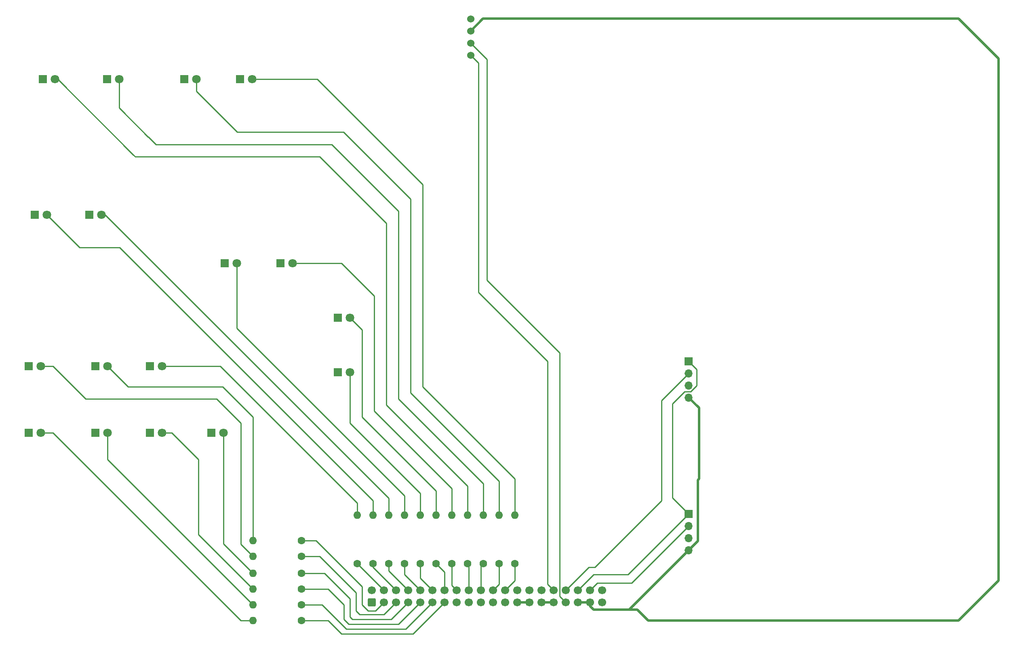
<source format=gbl>
%TF.GenerationSoftware,KiCad,Pcbnew,(6.0.8)*%
%TF.CreationDate,2022-12-20T11:39:24-06:00*%
%TF.ProjectId,Display Board,44697370-6c61-4792-9042-6f6172642e6b,rev?*%
%TF.SameCoordinates,Original*%
%TF.FileFunction,Copper,L2,Bot*%
%TF.FilePolarity,Positive*%
%FSLAX46Y46*%
G04 Gerber Fmt 4.6, Leading zero omitted, Abs format (unit mm)*
G04 Created by KiCad (PCBNEW (6.0.8)) date 2022-12-20 11:39:24*
%MOMM*%
%LPD*%
G01*
G04 APERTURE LIST*
G04 Aperture macros list*
%AMRoundRect*
0 Rectangle with rounded corners*
0 $1 Rounding radius*
0 $2 $3 $4 $5 $6 $7 $8 $9 X,Y pos of 4 corners*
0 Add a 4 corners polygon primitive as box body*
4,1,4,$2,$3,$4,$5,$6,$7,$8,$9,$2,$3,0*
0 Add four circle primitives for the rounded corners*
1,1,$1+$1,$2,$3*
1,1,$1+$1,$4,$5*
1,1,$1+$1,$6,$7*
1,1,$1+$1,$8,$9*
0 Add four rect primitives between the rounded corners*
20,1,$1+$1,$2,$3,$4,$5,0*
20,1,$1+$1,$4,$5,$6,$7,0*
20,1,$1+$1,$6,$7,$8,$9,0*
20,1,$1+$1,$8,$9,$2,$3,0*%
G04 Aperture macros list end*
%TA.AperFunction,ComponentPad*%
%ADD10R,1.800000X1.800000*%
%TD*%
%TA.AperFunction,ComponentPad*%
%ADD11C,1.800000*%
%TD*%
%TA.AperFunction,ComponentPad*%
%ADD12C,1.524000*%
%TD*%
%TA.AperFunction,ComponentPad*%
%ADD13RoundRect,0.250000X0.600000X-0.600000X0.600000X0.600000X-0.600000X0.600000X-0.600000X-0.600000X0*%
%TD*%
%TA.AperFunction,ComponentPad*%
%ADD14C,1.700000*%
%TD*%
%TA.AperFunction,ComponentPad*%
%ADD15R,1.700000X1.700000*%
%TD*%
%TA.AperFunction,ComponentPad*%
%ADD16O,1.700000X1.700000*%
%TD*%
%TA.AperFunction,ComponentPad*%
%ADD17C,1.600000*%
%TD*%
%TA.AperFunction,ComponentPad*%
%ADD18O,1.600000X1.600000*%
%TD*%
%TA.AperFunction,Conductor*%
%ADD19C,0.250000*%
%TD*%
%TA.AperFunction,Conductor*%
%ADD20C,0.500000*%
%TD*%
G04 APERTURE END LIST*
D10*
%TO.P,D12,1,K*%
%TO.N,GND*%
X80139500Y-160680000D03*
D11*
%TO.P,D12,2,A*%
%TO.N,Net-(R12-Pad2)*%
X82679500Y-160680000D03*
%TD*%
D10*
%TO.P,D6,1,K*%
%TO.N,GND*%
X119509500Y-147980000D03*
D11*
%TO.P,D6,2,A*%
%TO.N,Net-(R6-Pad2)*%
X122049500Y-147980000D03*
%TD*%
D12*
%TO.P,DISP1,1,GND*%
%TO.N,GND*%
X147344500Y-73868000D03*
%TO.P,DISP1,2,VCC*%
%TO.N,+5V*%
X147344500Y-76408000D03*
%TO.P,DISP1,3,SDA*%
%TO.N,SDA*%
X147344500Y-78948000D03*
%TO.P,DISP1,4,SCL*%
%TO.N,SCL*%
X147344500Y-81488000D03*
%TD*%
D10*
%TO.P,D1,1,K*%
%TO.N,GND*%
X87373500Y-86512000D03*
D11*
%TO.P,D1,2,A*%
%TO.N,Net-(R1-Pad2)*%
X89913500Y-86512000D03*
%TD*%
D10*
%TO.P,D5,1,K*%
%TO.N,GND*%
X119509500Y-136550000D03*
D11*
%TO.P,D5,2,A*%
%TO.N,Net-(R5-Pad2)*%
X122049500Y-136550000D03*
%TD*%
D13*
%TO.P,J1,1,Pin_1*%
%TO.N,GND*%
X126621500Y-196230500D03*
D14*
%TO.P,J1,2,Pin_2*%
X126621500Y-193690500D03*
%TO.P,J1,3,Pin_3*%
%TO.N,BVAS Relay LED*%
X129161500Y-196230500D03*
%TO.P,J1,4,Pin_4*%
%TO.N,BVAS LED*%
X129161500Y-193690500D03*
%TO.P,J1,5,Pin_5*%
%TO.N,BVAS Armed Line*%
X131701500Y-196230500D03*
%TO.P,J1,6,Pin_6*%
%TO.N,Run Vent Relay LED*%
X131701500Y-193690500D03*
%TO.P,J1,7,Pin_7*%
%TO.N,Igniter Continuity LED*%
X134241500Y-196230500D03*
%TO.P,J1,8,Pin_8*%
%TO.N,Run Vent LED*%
X134241500Y-193690500D03*
%TO.P,J1,9,Pin_9*%
%TO.N,Igniter LED*%
X136781500Y-196230500D03*
%TO.P,J1,10,Pin_10*%
%TO.N,Supply Vent Relay LED*%
X136781500Y-193690500D03*
%TO.P,J1,11,Pin_11*%
%TO.N,Igniter Relay LED*%
X139321500Y-196230500D03*
%TO.P,J1,12,Pin_12*%
%TO.N,Supply Fill Relay LED*%
X139321500Y-193690500D03*
%TO.P,J1,13,Pin_13*%
%TO.N,Igniter Armed Line*%
X141861500Y-196230500D03*
%TO.P,J1,14,Pin_14*%
%TO.N,Supply Fill LED*%
X141861500Y-193690500D03*
%TO.P,J1,15,Pin_15*%
%TO.N,unconnected-(J1-Pad15)*%
X144401500Y-196230500D03*
%TO.P,J1,16,Pin_16*%
%TO.N,Supply Vent LED*%
X144401500Y-193690500D03*
%TO.P,J1,17,Pin_17*%
%TO.N,unconnected-(J1-Pad17)*%
X146941500Y-196230500D03*
%TO.P,J1,18,Pin_18*%
%TO.N,Fluid Panel Armed LED*%
X146941500Y-193690500D03*
%TO.P,J1,19,Pin_19*%
%TO.N,unconnected-(J1-Pad19)*%
X149481500Y-196230500D03*
%TO.P,J1,20,Pin_20*%
%TO.N,Auto Fill LED*%
X149481500Y-193690500D03*
%TO.P,J1,21,Pin_21*%
%TO.N,unconnected-(J1-Pad21)*%
X152021500Y-196230500D03*
%TO.P,J1,22,Pin_22*%
%TO.N,AB COMMS LED*%
X152021500Y-193690500D03*
%TO.P,J1,23,Pin_23*%
%TO.N,unconnected-(J1-Pad23)*%
X154561500Y-196230500D03*
%TO.P,J1,24,Pin_24*%
%TO.N,Engine Node COMMS LED*%
X154561500Y-193690500D03*
%TO.P,J1,25,Pin_25*%
%TO.N,+3V3*%
X157101500Y-196230500D03*
%TO.P,J1,26,Pin_26*%
%TO.N,SCK*%
X157101500Y-193690500D03*
%TO.P,J1,27,Pin_27*%
%TO.N,+3V3*%
X159641500Y-196230500D03*
%TO.P,J1,28,Pin_28*%
%TO.N,MOSI*%
X159641500Y-193690500D03*
%TO.P,J1,29,Pin_29*%
%TO.N,+12V*%
X162181500Y-196230500D03*
%TO.P,J1,30,Pin_30*%
%TO.N,MISO*%
X162181500Y-193690500D03*
%TO.P,J1,31,Pin_31*%
%TO.N,+12V*%
X164721500Y-196230500D03*
%TO.P,J1,32,Pin_32*%
%TO.N,SCL*%
X164721500Y-193690500D03*
%TO.P,J1,33,Pin_33*%
%TO.N,SDA*%
X167261500Y-196230500D03*
%TO.P,J1,34,Pin_34*%
%TO.N,Actuator Box Temp 4 Digit*%
X167261500Y-193690500D03*
%TO.P,J1,35,Pin_35*%
%TO.N,+5V*%
X169801500Y-196230500D03*
%TO.P,J1,36,Pin_36*%
%TO.N,4 Digit CLK*%
X169801500Y-193690500D03*
%TO.P,J1,37,Pin_37*%
%TO.N,+5V*%
X172341500Y-196230500D03*
%TO.P,J1,38,Pin_38*%
%TO.N,Control Box Temp 4 Digit*%
X172341500Y-193690500D03*
%TO.P,J1,39,Pin_39*%
%TO.N,GND*%
X174881500Y-196230500D03*
%TO.P,J1,40,Pin_40*%
X174881500Y-193690500D03*
%TD*%
D10*
%TO.P,D11,1,K*%
%TO.N,GND*%
X54734500Y-160680000D03*
D11*
%TO.P,D11,2,A*%
%TO.N,Net-(R11-Pad2)*%
X57274500Y-160680000D03*
%TD*%
D10*
%TO.P,D7,1,K*%
%TO.N,GND*%
X107442000Y-125120000D03*
D11*
%TO.P,D7,2,A*%
%TO.N,Net-(R7-Pad2)*%
X109982000Y-125120000D03*
%TD*%
D10*
%TO.P,D3,1,K*%
%TO.N,GND*%
X67439500Y-114960000D03*
D11*
%TO.P,D3,2,A*%
%TO.N,Net-(R3-Pad2)*%
X69979500Y-114960000D03*
%TD*%
D10*
%TO.P,D13,1,K*%
%TO.N,GND*%
X68709500Y-160680000D03*
D11*
%TO.P,D13,2,A*%
%TO.N,Net-(D13-Pad2)*%
X71249500Y-160680000D03*
%TD*%
D10*
%TO.P,D15,1,K*%
%TO.N,GND*%
X54734500Y-146710000D03*
D11*
%TO.P,D15,2,A*%
%TO.N,Net-(R15-Pad2)*%
X57274500Y-146710000D03*
%TD*%
D10*
%TO.P,D18,1,K*%
%TO.N,GND*%
X57658000Y-86512000D03*
D11*
%TO.P,D18,2,A*%
%TO.N,Net-(R18-Pad2)*%
X60198000Y-86512000D03*
%TD*%
D10*
%TO.P,D16,1,K*%
%TO.N,GND*%
X80139500Y-146710000D03*
D11*
%TO.P,D16,2,A*%
%TO.N,Net-(R16-Pad2)*%
X82679500Y-146710000D03*
%TD*%
D10*
%TO.P,D9,1,K*%
%TO.N,GND*%
X71120000Y-86512000D03*
D11*
%TO.P,D9,2,A*%
%TO.N,Net-(R9-Pad2)*%
X73660000Y-86512000D03*
%TD*%
D10*
%TO.P,D8,1,K*%
%TO.N,GND*%
X95758000Y-125120000D03*
D11*
%TO.P,D8,2,A*%
%TO.N,Net-(R8-Pad2)*%
X98298000Y-125120000D03*
%TD*%
D10*
%TO.P,D4,1,K*%
%TO.N,GND*%
X56009500Y-114960000D03*
D11*
%TO.P,D4,2,A*%
%TO.N,Net-(R4-Pad2)*%
X58549500Y-114960000D03*
%TD*%
D10*
%TO.P,D14,1,K*%
%TO.N,GND*%
X92964000Y-160680000D03*
D11*
%TO.P,D14,2,A*%
%TO.N,Net-(D14-Pad2)*%
X95504000Y-160680000D03*
%TD*%
D15*
%TO.P,DISP2,1,CLK*%
%TO.N,4 Digit CLK*%
X193007500Y-145671000D03*
D16*
%TO.P,DISP2,2,DIO*%
%TO.N,Actuator Box Temp 4 Digit*%
X193007500Y-148211000D03*
%TO.P,DISP2,3,GND*%
%TO.N,GND*%
X193007500Y-150751000D03*
%TO.P,DISP2,4,5V*%
%TO.N,+5V*%
X193007500Y-153291000D03*
%TD*%
D10*
%TO.P,D17,1,K*%
%TO.N,GND*%
X68709500Y-146710000D03*
D11*
%TO.P,D17,2,A*%
%TO.N,Net-(R17-Pad2)*%
X71249500Y-146710000D03*
%TD*%
D15*
%TO.P,DISP3,1,CLK*%
%TO.N,4 Digit CLK*%
X193007500Y-177675000D03*
D16*
%TO.P,DISP3,2,DIO*%
%TO.N,Control Box Temp 4 Digit*%
X193007500Y-180215000D03*
%TO.P,DISP3,3,GND*%
%TO.N,GND*%
X193007500Y-182755000D03*
%TO.P,DISP3,4,5V*%
%TO.N,+5V*%
X193007500Y-185295000D03*
%TD*%
D10*
%TO.P,D10,1,K*%
%TO.N,GND*%
X99057500Y-86512000D03*
D11*
%TO.P,D10,2,A*%
%TO.N,Net-(D10-Pad2)*%
X101597500Y-86512000D03*
%TD*%
D17*
%TO.P,R14,1*%
%TO.N,Igniter Continuity LED*%
X111889500Y-190144000D03*
D18*
%TO.P,R14,2*%
%TO.N,Net-(D14-Pad2)*%
X101729500Y-190144000D03*
%TD*%
D17*
%TO.P,R5,1*%
%TO.N,Supply Fill LED*%
X140083500Y-188112000D03*
D18*
%TO.P,R5,2*%
%TO.N,Net-(R5-Pad2)*%
X140083500Y-177952000D03*
%TD*%
D17*
%TO.P,R7,1*%
%TO.N,Supply Vent LED*%
X143385500Y-188112000D03*
D18*
%TO.P,R7,2*%
%TO.N,Net-(R7-Pad2)*%
X143385500Y-177952000D03*
%TD*%
D17*
%TO.P,R1,1*%
%TO.N,AB COMMS LED*%
X153291500Y-188112000D03*
D18*
%TO.P,R1,2*%
%TO.N,Net-(R1-Pad2)*%
X153291500Y-177952000D03*
%TD*%
D17*
%TO.P,R10,1*%
%TO.N,Engine Node COMMS LED*%
X156593500Y-188112000D03*
D18*
%TO.P,R10,2*%
%TO.N,Net-(D10-Pad2)*%
X156593500Y-177952000D03*
%TD*%
D17*
%TO.P,R6,1*%
%TO.N,Supply Fill Relay LED*%
X136781500Y-188112000D03*
D18*
%TO.P,R6,2*%
%TO.N,Net-(R6-Pad2)*%
X136781500Y-177952000D03*
%TD*%
D17*
%TO.P,R16,1*%
%TO.N,BVAS LED*%
X123573500Y-188112000D03*
D18*
%TO.P,R16,2*%
%TO.N,Net-(R16-Pad2)*%
X123573500Y-177952000D03*
%TD*%
D17*
%TO.P,R3,1*%
%TO.N,Run Vent LED*%
X130177500Y-188112000D03*
D18*
%TO.P,R3,2*%
%TO.N,Net-(R3-Pad2)*%
X130177500Y-177952000D03*
%TD*%
D17*
%TO.P,R17,1*%
%TO.N,BVAS Relay LED*%
X111889500Y-183286000D03*
D18*
%TO.P,R17,2*%
%TO.N,Net-(R17-Pad2)*%
X101729500Y-183286000D03*
%TD*%
D17*
%TO.P,R13,1*%
%TO.N,Igniter Relay LED*%
X111889500Y-196748000D03*
D18*
%TO.P,R13,2*%
%TO.N,Net-(D13-Pad2)*%
X101729500Y-196748000D03*
%TD*%
D17*
%TO.P,R9,1*%
%TO.N,Auto Fill LED*%
X149989500Y-188112000D03*
D18*
%TO.P,R9,2*%
%TO.N,Net-(R9-Pad2)*%
X149989500Y-177952000D03*
%TD*%
D17*
%TO.P,R15,1*%
%TO.N,BVAS Armed Line*%
X111889500Y-186588000D03*
D18*
%TO.P,R15,2*%
%TO.N,Net-(R15-Pad2)*%
X101729500Y-186588000D03*
%TD*%
D17*
%TO.P,R11,1*%
%TO.N,Igniter Armed Line*%
X111889500Y-200050000D03*
D18*
%TO.P,R11,2*%
%TO.N,Net-(R11-Pad2)*%
X101729500Y-200050000D03*
%TD*%
D17*
%TO.P,R8,1*%
%TO.N,Supply Vent Relay LED*%
X133479500Y-188112000D03*
D18*
%TO.P,R8,2*%
%TO.N,Net-(R8-Pad2)*%
X133479500Y-177952000D03*
%TD*%
D17*
%TO.P,R12,1*%
%TO.N,Igniter LED*%
X111889500Y-193446000D03*
D18*
%TO.P,R12,2*%
%TO.N,Net-(R12-Pad2)*%
X101729500Y-193446000D03*
%TD*%
D17*
%TO.P,R4,1*%
%TO.N,Run Vent Relay LED*%
X126875500Y-188112000D03*
D18*
%TO.P,R4,2*%
%TO.N,Net-(R4-Pad2)*%
X126875500Y-177952000D03*
%TD*%
D17*
%TO.P,R18,1*%
%TO.N,Fluid Panel Armed LED*%
X146687500Y-188112000D03*
D18*
%TO.P,R18,2*%
%TO.N,Net-(R18-Pad2)*%
X146687500Y-177952000D03*
%TD*%
D19*
%TO.N,AB COMMS LED*%
X152021500Y-193690500D02*
X153291500Y-192420500D01*
X153291500Y-192420500D02*
X153291500Y-188112000D01*
%TO.N,Run Vent LED*%
X130177500Y-189626500D02*
X130177500Y-188112000D01*
X134241500Y-193690500D02*
X130177500Y-189626500D01*
%TO.N,Run Vent Relay LED*%
X126875500Y-188864500D02*
X126875500Y-188112000D01*
X131701500Y-193690500D02*
X126875500Y-188864500D01*
%TO.N,Supply Fill LED*%
X141861500Y-189890000D02*
X140083500Y-188112000D01*
X141861500Y-193690500D02*
X141861500Y-189890000D01*
%TO.N,Supply Fill Relay LED*%
X136781500Y-191150500D02*
X136781500Y-188112000D01*
X139321500Y-193690500D02*
X136781500Y-191150500D01*
%TO.N,Supply Vent LED*%
X144401500Y-193690500D02*
X143385500Y-192674500D01*
X143385500Y-192674500D02*
X143385500Y-188112000D01*
%TO.N,Supply Vent Relay LED*%
X133479500Y-190388500D02*
X133479500Y-188112000D01*
X136781500Y-193690500D02*
X133479500Y-190388500D01*
%TO.N,Auto Fill LED*%
X149481500Y-193690500D02*
X149481500Y-188620000D01*
X149481500Y-188620000D02*
X149989500Y-188112000D01*
%TO.N,Engine Node COMMS LED*%
X154561500Y-193690500D02*
X156593500Y-191658500D01*
X156593500Y-191658500D02*
X156593500Y-188112000D01*
%TO.N,Igniter Armed Line*%
X111889500Y-200050000D02*
X117477500Y-200050000D01*
X120271500Y-202844000D02*
X135248000Y-202844000D01*
X135248000Y-202844000D02*
X141861500Y-196230500D01*
X117477500Y-200050000D02*
X120271500Y-202844000D01*
%TO.N,Igniter LED*%
X121795500Y-200812000D02*
X132200000Y-200812000D01*
X120779500Y-199796000D02*
X121795500Y-200812000D01*
X117477500Y-193446000D02*
X120779500Y-196748000D01*
X111889500Y-193446000D02*
X117477500Y-193446000D01*
X132200000Y-200812000D02*
X136781500Y-196230500D01*
X120779500Y-196748000D02*
X120779500Y-199796000D01*
%TO.N,Igniter Relay LED*%
X121287500Y-201828000D02*
X116207500Y-196748000D01*
X116207500Y-196748000D02*
X111889500Y-196748000D01*
X133724000Y-201828000D02*
X121287500Y-201828000D01*
X139321500Y-196230500D02*
X133724000Y-201828000D01*
%TO.N,Igniter Continuity LED*%
X130676000Y-199796000D02*
X134241500Y-196230500D01*
X122557500Y-199796000D02*
X130676000Y-199796000D01*
X122049500Y-195478000D02*
X122049500Y-199288000D01*
X116715500Y-190144000D02*
X122049500Y-195478000D01*
X122049500Y-199288000D02*
X122557500Y-199796000D01*
X111889500Y-190144000D02*
X116715500Y-190144000D01*
%TO.N,BVAS Armed Line*%
X124081500Y-198780000D02*
X123319500Y-198018000D01*
X123319500Y-194208000D02*
X115699500Y-186588000D01*
X129152000Y-198780000D02*
X124081500Y-198780000D01*
X123319500Y-198018000D02*
X123319500Y-194208000D01*
X115699500Y-186588000D02*
X111889500Y-186588000D01*
X131701500Y-196230500D02*
X129152000Y-198780000D01*
%TO.N,BVAS LED*%
X123583000Y-188112000D02*
X123573500Y-188112000D01*
X129161500Y-193690500D02*
X123583000Y-188112000D01*
%TO.N,BVAS Relay LED*%
X114937500Y-183286000D02*
X124589500Y-192938000D01*
X127374000Y-198018000D02*
X129161500Y-196230500D01*
X124589500Y-196748000D02*
X125859500Y-198018000D01*
X111889500Y-183286000D02*
X114937500Y-183286000D01*
X124589500Y-192938000D02*
X124589500Y-196748000D01*
X125859500Y-198018000D02*
X127374000Y-198018000D01*
%TO.N,SDA*%
X150751500Y-128676000D02*
X165991500Y-143916000D01*
X165991500Y-143916000D02*
X165991500Y-194960500D01*
X147344500Y-78948000D02*
X150751500Y-82355000D01*
X165991500Y-194960500D02*
X167261500Y-196230500D01*
X150751500Y-82355000D02*
X150751500Y-128676000D01*
%TO.N,SCL*%
X163451500Y-192420500D02*
X164721500Y-193690500D01*
X148973500Y-131216000D02*
X163451500Y-145694000D01*
X148973500Y-83117000D02*
X148973500Y-131216000D01*
X147344500Y-81488000D02*
X148973500Y-83117000D01*
X163451500Y-145694000D02*
X163451500Y-192420500D01*
D20*
%TO.N,+12V*%
X162181500Y-196230500D02*
X164721500Y-196230500D01*
%TO.N,+5V*%
X195157500Y-155441000D02*
X193007500Y-153291000D01*
X173103500Y-197764000D02*
X180215500Y-197764000D01*
X147344500Y-76408000D02*
X149940500Y-73812000D01*
X249557500Y-73812000D02*
X257939500Y-82194000D01*
X172341500Y-197002000D02*
X173103500Y-197764000D01*
X182247500Y-197764000D02*
X180215500Y-197764000D01*
X194947500Y-183355000D02*
X194947500Y-170779828D01*
X195201500Y-159643553D02*
X195157500Y-159599553D01*
X257939500Y-191668000D02*
X249557500Y-200050000D01*
X257939500Y-82194000D02*
X257939500Y-191668000D01*
X149940500Y-73812000D02*
X249557500Y-73812000D01*
X180215500Y-197764000D02*
X180538500Y-197764000D01*
X194947790Y-170779614D02*
X194978574Y-170575373D01*
X194978574Y-170575373D02*
X195201500Y-170352447D01*
X195201500Y-170352447D02*
X195201500Y-159643553D01*
X195157500Y-159599553D02*
X195157500Y-155441000D01*
X249557500Y-200050000D02*
X184533500Y-200050000D01*
X169801500Y-196230500D02*
X172341500Y-196230500D01*
X194947500Y-170779828D02*
X194947790Y-170779614D01*
X193007500Y-185295000D02*
X194947500Y-183355000D01*
X184533500Y-200050000D02*
X182247500Y-197764000D01*
X172341500Y-196230500D02*
X172341500Y-197002000D01*
X180538500Y-197764000D02*
X193007500Y-185295000D01*
D19*
%TO.N,Control Box Temp 4 Digit*%
X181901000Y-191321500D02*
X193007500Y-180215000D01*
X173856000Y-192176000D02*
X181046500Y-192176000D01*
X172341500Y-193690500D02*
X173856000Y-192176000D01*
X181046500Y-192176000D02*
X181901000Y-191321500D01*
%TO.N,Actuator Box Temp 4 Digit*%
X187327500Y-153891000D02*
X187327500Y-174904000D01*
X172078000Y-188874000D02*
X167261500Y-193690500D01*
X173357500Y-188874000D02*
X172078000Y-188874000D01*
X193007500Y-148211000D02*
X187327500Y-153891000D01*
X187327500Y-174904000D02*
X173357500Y-188874000D01*
%TO.N,4 Digit CLK*%
X193007500Y-177675000D02*
X189613500Y-174281000D01*
X192153500Y-152044000D02*
X193423500Y-152044000D01*
X189613500Y-154838000D02*
X189613500Y-154584000D01*
X194693500Y-150774000D02*
X194693500Y-147357000D01*
X173094000Y-190398000D02*
X180284500Y-190398000D01*
X194693500Y-147357000D02*
X193007500Y-145671000D01*
X169801500Y-193690500D02*
X173094000Y-190398000D01*
X189613500Y-154584000D02*
X192153500Y-152044000D01*
X193423500Y-152044000D02*
X194693500Y-150774000D01*
X182536000Y-188146500D02*
X193007500Y-177675000D01*
X180284500Y-190398000D02*
X182536000Y-188146500D01*
X189613500Y-174281000D02*
X189613500Y-154838000D01*
D20*
%TO.N,+3V3*%
X157101500Y-196230500D02*
X159641500Y-196230500D01*
D19*
%TO.N,Net-(R3-Pad2)*%
X70741500Y-114960000D02*
X69979500Y-114960000D01*
X130177500Y-174396000D02*
X70741500Y-114960000D01*
X130177500Y-177952000D02*
X130177500Y-174396000D01*
%TO.N,Net-(R4-Pad2)*%
X65407500Y-121818000D02*
X58549500Y-114960000D01*
X126875500Y-177952000D02*
X126875500Y-174904000D01*
X73789500Y-121818000D02*
X65407500Y-121818000D01*
X126875500Y-174904000D02*
X73789500Y-121818000D01*
%TO.N,Net-(R5-Pad2)*%
X124589500Y-139090000D02*
X124589500Y-157378000D01*
X140083500Y-172872000D02*
X140083500Y-177952000D01*
X124589500Y-157378000D02*
X140083500Y-172872000D01*
X122049500Y-136550000D02*
X124589500Y-139090000D01*
%TO.N,Net-(R6-Pad2)*%
X136781500Y-177952000D02*
X136781500Y-173380000D01*
X122049500Y-158648000D02*
X122049500Y-147980000D01*
X136781500Y-173380000D02*
X122049500Y-158648000D01*
%TO.N,Net-(R7-Pad2)*%
X127129500Y-156108000D02*
X127129500Y-131978000D01*
X120271500Y-125120000D02*
X109982000Y-125120000D01*
X143385500Y-177952000D02*
X143385500Y-172364000D01*
X143385500Y-172364000D02*
X127129500Y-156108000D01*
X127129500Y-131978000D02*
X120271500Y-125120000D01*
%TO.N,Net-(R8-Pad2)*%
X133479500Y-173888000D02*
X98298000Y-138706500D01*
X98298000Y-138706500D02*
X98298000Y-137414000D01*
X133479500Y-177952000D02*
X133479500Y-173888000D01*
X98298000Y-137414000D02*
X98298000Y-125120000D01*
%TO.N,Net-(R9-Pad2)*%
X79767250Y-98563250D02*
X79744750Y-98563250D01*
X81432000Y-100228000D02*
X79767250Y-98563250D01*
X73660000Y-86512000D02*
X73660000Y-92478500D01*
X79744750Y-98563250D02*
X74283750Y-93102250D01*
X149989500Y-171348000D02*
X132209500Y-153568000D01*
X132209500Y-153568000D02*
X132209500Y-114198000D01*
X132209500Y-114198000D02*
X118239500Y-100228000D01*
X73660000Y-92478500D02*
X74283750Y-93102250D01*
X118239500Y-100228000D02*
X81432000Y-100228000D01*
X149989500Y-177952000D02*
X149989500Y-171348000D01*
%TO.N,Net-(R18-Pad2)*%
X76696750Y-102373250D02*
X60835500Y-86512000D01*
X129669500Y-116738000D02*
X115699500Y-102768000D01*
X129669500Y-154838000D02*
X129669500Y-116738000D01*
X146687500Y-171856000D02*
X129669500Y-154838000D01*
X77091500Y-102768000D02*
X76696750Y-102373250D01*
X115699500Y-102768000D02*
X77091500Y-102768000D01*
X60835500Y-86512000D02*
X60198000Y-86512000D01*
X146687500Y-177952000D02*
X146687500Y-171856000D01*
%TO.N,Net-(R1-Pad2)*%
X120714731Y-97623231D02*
X98464769Y-97623231D01*
X153291500Y-177952000D02*
X153291500Y-170840000D01*
X134749500Y-111658000D02*
X120714731Y-97623231D01*
X134749500Y-152298000D02*
X134749500Y-111658000D01*
X89913500Y-89071961D02*
X89913500Y-86512000D01*
X153291500Y-170840000D02*
X134749500Y-152298000D01*
X98464769Y-97623231D02*
X89913500Y-89071961D01*
%TO.N,Net-(D10-Pad2)*%
X156593500Y-170332000D02*
X137289500Y-151028000D01*
X115214000Y-86512000D02*
X101597500Y-86512000D01*
X137289500Y-108587500D02*
X115214000Y-86512000D01*
X156593500Y-177952000D02*
X156593500Y-170332000D01*
X137289500Y-151028000D02*
X137289500Y-108587500D01*
%TO.N,Net-(R11-Pad2)*%
X101729500Y-200050000D02*
X99184500Y-200050000D01*
X99184500Y-200050000D02*
X59814500Y-160680000D01*
X59814500Y-160680000D02*
X57274500Y-160680000D01*
%TO.N,Net-(R12-Pad2)*%
X90299500Y-182016000D02*
X90299500Y-166268000D01*
X84711500Y-160680000D02*
X82679500Y-160680000D01*
X101729500Y-193446000D02*
X90299500Y-182016000D01*
X90299500Y-166268000D02*
X84711500Y-160680000D01*
%TO.N,Net-(D13-Pad2)*%
X71249500Y-166268000D02*
X71249500Y-160680000D01*
X101729500Y-196748000D02*
X71249500Y-166268000D01*
%TO.N,Net-(D14-Pad2)*%
X95504000Y-183918500D02*
X101729500Y-190144000D01*
X95504000Y-160680000D02*
X95504000Y-183918500D01*
%TO.N,Net-(R15-Pad2)*%
X99189500Y-184048000D02*
X99189500Y-158648000D01*
X99189500Y-158648000D02*
X94109500Y-153568000D01*
X94109500Y-153568000D02*
X66672500Y-153568000D01*
X101729500Y-186588000D02*
X99189500Y-184048000D01*
X59814500Y-146710000D02*
X57274500Y-146710000D01*
X66672500Y-153568000D02*
X59814500Y-146710000D01*
%TO.N,Net-(R16-Pad2)*%
X123573500Y-175412000D02*
X94871500Y-146710000D01*
X94871500Y-146710000D02*
X82679500Y-146710000D01*
X123573500Y-177952000D02*
X123573500Y-175412000D01*
%TO.N,Net-(R17-Pad2)*%
X75567500Y-151028000D02*
X71249500Y-146710000D01*
X101729500Y-183286000D02*
X101729500Y-157378000D01*
X95379500Y-151028000D02*
X75567500Y-151028000D01*
X101729500Y-157378000D02*
X95379500Y-151028000D01*
%TO.N,Fluid Panel Armed LED*%
X146941500Y-188366000D02*
X146687500Y-188112000D01*
X146941500Y-193690500D02*
X146941500Y-188366000D01*
%TD*%
M02*

</source>
